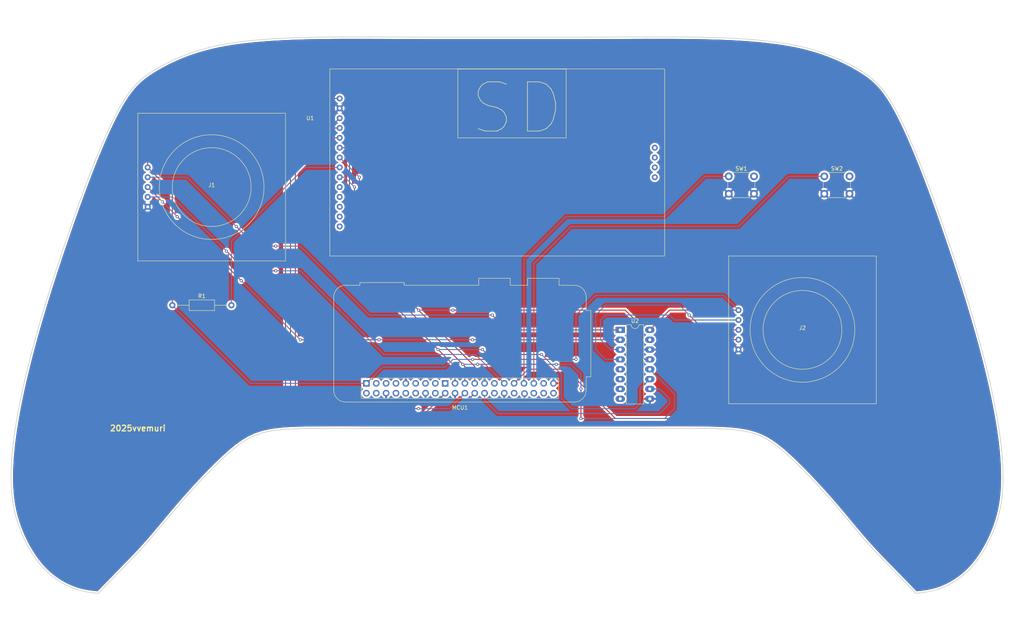
<source format=kicad_pcb>
(kicad_pcb (version 20211014) (generator pcbnew)
  (layers (0 "F.Cu" signal) (31 "B.Cu" signal) (34 "B.Paste" user) (35 "F.Paste" user) (36 "B.SilkS" user "B.Silkscreen") (37 "F.SilkS" user "F.Silkscreen") (38 "B.Mask" user) (39 "F.Mask" user) (44 "Edge.Cuts" user))
  (net 0 "")
  (net 1 "+3V3")
  (net 2 "Net-(J1-Pad2)")
  (net 3 "Net-(J1-Pad3)")
  (net 4 "Net-(J1-Pad4)")
  (net 5 "GND")
  (net 6 "Net-(J2-Pad2)")
  (net 7 "Net-(J2-Pad3)")
  (net 8 "Net-(J2-Pad4)")
  (net 9 "+5V")
  (net 20 "Net-(MCU1-Pad18)")
  (net 21 "Net-(MCU1-Pad19)")
  (net 22 "Net-(MCU1-Pad21)")
  (net 23 "Net-(MCU1-Pad22)")
  (net 24 "Net-(MCU1-Pad23)")
  (net 25 "Net-(MCU1-Pad24)")
  (net 26 "Net-(MCU1-Pad26)")
  (net 30 "Net-(MCU1-Pad33)")
  (net 31 "Net-(MCU1-Pad35)")
  (net 36 "Net-(R1-Pad2)")
  (footprint "verycold:Joystick" (layer "F.Cu") (at 73.66 62.23)
    (fp_text reference "J1" (at 0 -0.5 unlocked) (layer "F.SilkS"))
    (fp_text value "Accel_Joystick")
    (fp_rect (start 19.05 -19.05) (end -19.05 19.05) (layer "F.SilkS") (width 0.12) (fill none))
    (fp_circle (center 0 0) (end 0 10.16) (layer "F.SilkS") (width 0.12) (fill none))
    (fp_circle (center 0 0) (end -10.16 8.89) (layer "F.SilkS") (width 0.12) (fill none))
    (pad "1" thru_hole circle (at -16.51 -5.08) (size 1.524 1.524) (drill 0.762) (layers *.Cu *.Mask) (net 1 "+3V3"))
    (pad "2" thru_hole circle (at -16.51 -2.54) (size 1.524 1.524) (drill 0.762) (layers *.Cu *.Mask) (net 2 "Net-(J1-Pad2)"))
    (pad "3" thru_hole circle (at -16.51 0) (size 1.524 1.524) (drill 0.762) (layers *.Cu *.Mask) (net 3 "Net-(J1-Pad3)"))
    (pad "4" thru_hole circle (at -16.51 2.54) (size 1.524 1.524) (drill 0.762) (layers *.Cu *.Mask) (net 4 "Net-(J1-Pad4)"))
    (pad "5" thru_hole circle (at -16.51 5.08) (size 1.524 1.524) (drill 0.762) (layers *.Cu *.Mask) (net 5 "GND"))
  )
  (footprint "Resistor_THT:R_Axial_DIN0207_L6.3mm_D2.5mm_P15.24mm_Horizontal" (layer "F.Cu") (at 63.5 92.71)
    (fp_text reference "R1" (at 7.62 -2.37) (layer "F.SilkS"))
    (fp_text value "R_US")
    (fp_line (start 4.35 1.37) (end 10.89 1.37) (layer "F.SilkS") (width 0.12))
    (fp_line (start 1.04 0) (end 4.35 0) (layer "F.SilkS") (width 0.12))
    (fp_line (start 10.89 -1.37) (end 4.35 -1.37) (layer "F.SilkS") (width 0.12))
    (fp_line (start 4.35 -1.37) (end 4.35 1.37) (layer "F.SilkS") (width 0.12))
    (fp_line (start 10.89 1.37) (end 10.89 -1.37) (layer "F.SilkS") (width 0.12))
    (fp_line (start 14.2 0) (end 10.89 0) (layer "F.SilkS") (width 0.12))
    (pad "1" thru_hole circle (at 0 0) (size 1.6 1.6) (drill 0.8) (layers *.Cu *.Mask) (net 1 "+3V3"))
    (pad "2" thru_hole oval (at 15.24 0) (size 1.6 1.6) (drill 0.8) (layers *.Cu *.Mask) (net 36 "Net-(R1-Pad2)"))
  )
  (footprint "Button_Switch_THT:SW_PUSH_6mm_H13mm" (layer "F.Cu") (at 231.7 59.455564)
    (fp_text reference "SW2" (at 3.25 -2) (layer "F.SilkS"))
    (fp_text value "SW_Reset")
    (fp_line (start 1 5.5) (end 5.5 5.5) (layer "F.SilkS") (width 0.12))
    (fp_line (start 5.5 -1) (end 1 -1) (layer "F.SilkS") (width 0.12))
    (fp_line (start 6.75 3) (end 6.75 1.5) (layer "F.SilkS") (width 0.12))
    (fp_line (start -0.25 1.5) (end -0.25 3) (layer "F.SilkS") (width 0.12))
    (pad "1" thru_hole circle (at 0 0 90) (size 2 2) (drill 1.1) (layers *.Cu *.Mask) (net 31 "Net-(MCU1-Pad35)"))
    (pad "1" thru_hole circle (at 6.5 0 90) (size 2 2) (drill 1.1) (layers *.Cu *.Mask) (net 31 "Net-(MCU1-Pad35)"))
    (pad "2" thru_hole circle (at 0 4.5 90) (size 2 2) (drill 1.1) (layers *.Cu *.Mask) (net 5 "GND"))
    (pad "2" thru_hole circle (at 6.5 4.5 90) (size 2 2) (drill 1.1) (layers *.Cu *.Mask) (net 5 "GND"))
  )
  (footprint "verycold:Raspberry_Pi_Zero_Socketed_THT_FaceDown_MountingHoles" (layer "F.Cu") (at 113.575 112.855 90)
    (fp_text reference "MCU1" (at -6.27 24.13) (layer "F.SilkS"))
    (fp_text value "Raspberry_Pi_Zero_2W")
    (fp_line (start 27.09 41.57) (end 25.29 41.57) (layer "F.SilkS") (width 0.12))
    (fp_line (start 25.29 49.69) (end 27.09 49.69) (layer "F.SilkS") (width 0.12))
    (fp_line (start 1.33 -1.33) (end 1.33 0) (layer "F.SilkS") (width 0.12))
    (fp_line (start 27.09 28.97) (end 25.29 28.97) (layer "F.SilkS") (width 0.12))
    (fp_line (start -1.27 1.27) (end 1.33 1.27) (layer "F.SilkS") (width 0.12))
    (fp_line (start 27.09 37.09) (end 27.09 28.97) (layer "F.SilkS") (width 0.12))
    (fp_line (start -3.87 -1.33) (end -1.27 -1.33) (layer "F.SilkS") (width 0.12))
    (fp_line (start 1.67 56.69) (end -1.77 56.69) (layer "F.SilkS") (width 0.12))
    (fp_line (start 18.79 56.69) (end 22.23 56.69) (layer "F.SilkS") (width 0.12))
    (fp_line (start 25.29 28.97) (end 25.29 9.74) (layer "F.SilkS") (width 0.12))
    (fp_line (start 1.67 56.69) (end 1.67 57.89) (layer "F.SilkS") (width 0.12))
    (fp_line (start 25.99 -1.68) (end 25.29 -1.68) (layer "F.SilkS") (width 0.12))
    (fp_line (start -3.87 -1.33) (end -3.87 49.59) (layer "F.SilkS") (width 0.12))
    (fp_line (start 25.29 9.74) (end 25.99 9.74) (layer "F.SilkS") (width 0.12))
    (fp_line (start -1.27 -1.33) (end -1.27 1.27) (layer "F.SilkS") (width 0.12))
    (fp_line (start 18.79 57.89) (end 18.79 56.69) (layer "F.SilkS") (width 0.12))
    (fp_line (start 25.29 37.09) (end 27.09 37.09) (layer "F.SilkS") (width 0.12))
    (fp_line (start -1.77 -8.43) (end 22.23 -8.43) (layer "F.SilkS") (width 0.12))
    (fp_line (start 27.09 49.69) (end 27.09 41.57) (layer "F.SilkS") (width 0.12))
    (fp_line (start -4.83 53.63) (end -4.83 -5.37) (layer "F.SilkS") (width 0.12))
    (fp_line (start 25.29 -1.68) (end 25.29 -5.37) (layer "F.SilkS") (width 0.12))
    (fp_line (start 1.67 57.89) (end 18.79 57.89) (layer "F.SilkS") (width 0.12))
    (fp_line (start 25.29 53.63) (end 25.29 49.69) (layer "F.SilkS") (width 0.12))
    (fp_line (start 25.99 9.74) (end 25.99 -1.68) (layer "F.SilkS") (width 0.12))
    (fp_line (start 1.33 1.27) (end 1.33 49.59) (layer "F.SilkS") (width 0.12))
    (fp_line (start 0 -1.33) (end 1.33 -1.33) (layer "F.SilkS") (width 0.12))
    (fp_line (start -3.87 49.59) (end 1.33 49.59) (layer "F.SilkS") (width 0.12))
    (fp_line (start 25.29 41.57) (end 25.29 37.09) (layer "F.SilkS") (width 0.12))
    (fp_arc (start 25.29 53.63) (mid 24.393747 55.793747) (end 22.23 56.69) (layer "F.SilkS") (width 0.12))
    (fp_arc (start -1.77 56.69) (mid -3.933747 55.793747) (end -4.83 53.63) (layer "F.SilkS") (width 0.12))
    (fp_arc (start -4.83 -5.37) (mid -3.933747 -7.533747) (end -1.77 -8.43) (layer "F.SilkS") (width 0.12))
    (fp_arc (start 22.23 -8.43) (mid 24.393747 -7.533747) (end 25.29 -5.37) (layer "F.SilkS") (width 0.12))
    (pad "1" thru_hole rect (at 0 0 90) (size 1.7 1.7) (drill 1) (layers *.Cu *.Mask) (net 1 "+3V3"))
    (pad "1" thru_hole rect (at 0 20.32 90) (size 1.7 1.7) (drill 1) (layers *.Mask "F.Cu" "In1.Cu" "B.Cu") (net 1 "+3V3"))
    (pad "2" thru_hole oval (at -2.54 2.54 90) (size 1.7 1.7) (drill 1) (layers *.Mask "F.Cu" "In1.Cu" "B.Cu") (net 9 "+5V"))
    (pad "2" thru_hole oval (at -2.54 0 90) (size 1.7 1.7) (drill 1) (layers *.Cu *.Mask) (net 9 "+5V"))
    (pad "3" thru_hole oval (at 0 2.54 90) (size 1.7 1.7) (drill 1) (layers *.Cu *.Mask))
    (pad "5" thru_hole oval (at 0 5.08 90) (size 1.7 1.7) (drill 1) (layers *.Cu *.Mask))
    (pad "6" thru_hole oval (at -2.54 5.08 90) (size 1.7 1.7) (drill 1) (layers *.Cu *.Mask) (net 5 "GND"))
    (pad "6" thru_hole oval (at -2.54 22.86 90) (size 1.7 1.7) (drill 1) (layers *.Mask "F.Cu" "In1.Cu" "B.Cu") (net 5 "GND"))
    (pad "6" thru_hole oval (at -2.54 15.24 90) (size 1.7 1.7) (drill 1) (layers *.Mask "F.Cu" "In1.Cu" "B.Cu") (net 5 "GND"))
    (pad "6" thru_hole oval (at -2.65129 40.774835 90) (size 1.7 1.7) (drill 1) (layers *.Mask "F.Cu" "In1.Cu" "B.Cu") (net 5 "GND"))
    (pad "6" thru_hole oval (at 0 30.48 90) (size 1.7 1.7) (drill 1) (layers *.Mask "F.Cu" "In1.Cu" "B.Cu") (net 5 "GND"))
    (pad "6" thru_hole oval (at 0 48.26 90) (size 1.7 1.7) (drill 1) (layers *.Mask "F.Cu" "In1.Cu" "B.Cu") (net 5 "GND"))
    (pad "6" thru_hole oval (at 0 10.16 90) (size 1.7 1.7) (drill 1) (layers *.Mask "F.Cu" "In1.Cu" "B.Cu") (net 5 "GND"))
    (pad "6" thru_hole oval (at -2.54 35.56 90) (size 1.7 1.7) (drill 1) (layers *.Mask "F.Cu" "In1.Cu" "B.Cu") (net 5 "GND"))
    (pad "7" thru_hole oval (at 0 7.62 90) (size 1.7 1.7) (drill 1) (layers *.Cu *.Mask))
    (pad "8" thru_hole oval (at -2.54 7.62 90) (size 1.7 1.7) (drill 1) (layers *.Cu *.Mask))
    (pad "10" thru_hole oval (at -2.54 10.16 90) (size 1.7 1.7) (drill 1) (layers *.Cu *.Mask))
    (pad "11" thru_hole oval (at 0 12.7 90) (size 1.7 1.7) (drill 1) (layers *.Cu *.Mask))
    (pad "12" thru_hole oval (at -2.54 12.7 90) (size 1.7 1.7) (drill 1) (layers *.Cu *.Mask))
    (pad "13" thru_hole oval (at 0 15.24 90) (size 1.7 1.7) (drill 1) (layers *.Cu *.Mask))
    (pad "15" thru_hole oval (at 0 17.78 90) (size 1.7 1.7) (drill 1) (layers *.Cu *.Mask))
    (pad "16" thru_hole oval (at -2.54 17.78 90) (size 1.7 1.7) (drill 1) (layers *.Cu *.Mask))
    (pad "18" thru_hole oval (at -2.54 20.32 90) (size 1.7 1.7) (drill 1) (layers *.Cu *.Mask) (net 20 "Net-(MCU1-Pad18)"))
    (pad "19" thru_hole oval (at 0 22.86 90) (size 1.7 1.7) (drill 1) (layers *.Cu *.Mask) (net 21 "Net-(MCU1-Pad19)"))
    (pad "21" thru_hole oval (at 0 25.4 90) (size 1.7 1.7) (drill 1) (layers *.Cu *.Mask) (net 22 "Net-(MCU1-Pad21)"))
    (pad "22" thru_hole oval (at -2.54 25.4 90) (size 1.7 1.7) (drill 1) (layers *.Cu *.Mask) (net 23 "Net-(MCU1-Pad22)"))
    (pad "23" thru_hole oval (at 0 27.94 90) (size 1.7 1.7) (drill 1) (layers *.Cu *.Mask) (net 24 "Net-(MCU1-Pad23)"))
    (pad "24" thru_hole oval (at -2.54 27.94 90) (size 1.7 1.7) (drill 1) (layers *.Cu *.Mask) (net 25 "Net-(MCU1-Pad24)"))
    (pad "26" thru_hole oval (at -2.54 30.48 90) (size 1.7 1.7) (drill 1) (layers *.Cu *.Mask) (net 26 "Net-(MCU1-Pad26)"))
    (pad "27" thru_hole oval (at 0 33.02 90) (size 1.7 1.7) (drill 1) (layers *.Cu *.Mask))
    (pad "28" thru_hole oval (at -2.54 33.02 90) (size 1.7 1.7) (drill 1) (layers *.Cu *.Mask))
    (pad "29" thru_hole oval (at 0 35.56 90) (size 1.7 1.7) (drill 1) (layers *.Cu *.Mask) (net 4 "Net-(J1-Pad4)"))
    (pad "31" thru_hole oval (at 0 38.1 90) (size 1.7 1.7) (drill 1) (layers *.Cu *.Mask) (net 8 "Net-(J2-Pad4)"))
    (pad "32" thru_hole oval (at -2.54 38.1 90) (size 1.7 1.7) (drill 1) (layers *.Cu *.Mask))
    (pad "33" thru_hole oval (at 0 40.64 90) (size 1.7 1.7) (drill 1) (layers *.Cu *.Mask) (net 30 "Net-(MCU1-Pad33)"))
    (pad "35" thru_hole oval (at 0 43.18 90) (size 1.7 1.7) (drill 1) (layers *.Cu *.Mask) (net 31 "Net-(MCU1-Pad35)"))
    (pad "36" thru_hole oval (at -2.54 43.18 90) (size 1.7 1.7) (drill 1) (layers *.Cu *.Mask))
    (pad "37" thru_hole oval (at 0 45.72 90) (size 1.7 1.7) (drill 1) (layers *.Cu *.Mask))
    (pad "38" thru_hole oval (at -2.54 45.72 90) (size 1.7 1.7) (drill 1) (layers *.Cu *.Mask))
    (pad "40" thru_hole oval (at -2.54 48.26 90) (size 1.7 1.7) (drill 1) (layers *.Cu *.Mask))
  )
  (footprint "Button_Switch_THT:SW_PUSH_6mm_H13mm" (layer "F.Cu") (at 207.045564 59.455564)
    (fp_text reference "SW1" (at 3.25 -2) (layer "F.SilkS"))
    (fp_text value "SW_Shoot")
    (fp_line (start 5.5 -1) (end 1 -1) (layer "F.SilkS") (width 0.12))
    (fp_line (start -0.25 1.5) (end -0.25 3) (layer "F.SilkS") (width 0.12))
    (fp_line (start 6.75 3) (end 6.75 1.5) (layer "F.SilkS") (width 0.12))
    (fp_line (start 1 5.5) (end 5.5 5.5) (layer "F.SilkS") (width 0.12))
    (pad "1" thru_hole circle (at 6.5 0 90) (size 2 2) (drill 1.1) (layers *.Cu *.Mask) (net 30 "Net-(MCU1-Pad33)"))
    (pad "1" thru_hole circle (at 0 0 90) (size 2 2) (drill 1.1) (layers *.Cu *.Mask) (net 30 "Net-(MCU1-Pad33)"))
    (pad "2" thru_hole circle (at 0 4.5 90) (size 2 2) (drill 1.1) (layers *.Cu *.Mask) (net 5 "GND"))
    (pad "2" thru_hole circle (at 6.5 4.5 90) (size 2 2) (drill 1.1) (layers *.Cu *.Mask) (net 5 "GND"))
  )
  (footprint "verycold:ILI9341 2.8inch" (layer "F.Cu") (at 106.68 39.37)
    (fp_text reference "U1" (at -7.62 5.08 unlocked) (layer "F.SilkS"))
    (fp_text value "ILI9341")
    (fp_text user "SD" (at 45.72 2.54 unlocked) (layer "F.SilkS") (effects (font (size 12.7 12.7))))
    (fp_rect (start 83.82 -7.62) (end -2.54 40.64) (layer "F.SilkS") (width 0.12) (fill none))
    (fp_rect (start 58.42 -7.62) (end 30.48 10.16) (layer "F.SilkS") (width 0.12) (fill none))
    (pad "1" thru_hole circle (at 0 0) (size 1.524 1.524) (drill 0.762) (layers *.Cu *.Mask) (net 1 "+3V3"))
    (pad "2" thru_hole circle (at 0 2.54) (size 1.524 1.524) (drill 0.762) (layers *.Cu *.Mask) (net 5 "GND"))
    (pad "3" thru_hole circle (at 0 5.08) (size 1.524 1.524) (drill 0.762) (layers *.Cu *.Mask) (net 25 "Net-(MCU1-Pad24)"))
    (pad "4" thru_hole circle (at 0 7.62) (size 1.524 1.524) (drill 0.762) (layers *.Cu *.Mask) (net 20 "Net-(MCU1-Pad18)"))
    (pad "5" thru_hole circle (at 0 10.16) (size 1.524 1.524) (drill 0.762) (layers *.Cu *.Mask) (net 23 "Net-(MCU1-Pad22)"))
    (pad "6" thru_hole circle (at 0 12.7) (size 1.524 1.524) (drill 0.762) (layers *.Cu *.Mask) (net 21 "Net-(MCU1-Pad19)"))
    (pad "7" thru_hole circle (at 0 15.24) (size 1.524 1.524) (drill 0.762) (layers *.Cu *.Mask) (net 24 "Net-(MCU1-Pad23)"))
    (pad "8" thru_hole circle (at 0 17.78) (size 1.524 1.524) (drill 0.762) (layers *.Cu *.Mask) (net 36 "Net-(R1-Pad2)"))
    (pad "9" thru_hole circle (at 0 20.32) (size 1.524 1.524) (drill 0.762) (layers *.Cu *.Mask) (net 22 "Net-(MCU1-Pad21)"))
    (pad "10" thru_hole circle (at 0 22.86) (size 1.524 1.524) (drill 0.762) (layers *.Cu *.Mask))
    (pad "11" thru_hole circle (at 0 25.4) (size 1.524 1.524) (drill 0.762) (layers *.Cu *.Mask))
    (pad "12" thru_hole circle (at 0 27.94) (size 1.524 1.524) (drill 0.762) (layers *.Cu *.Mask))
    (pad "13" thru_hole circle (at 0 30.48) (size 1.524 1.524) (drill 0.762) (layers *.Cu *.Mask))
    (pad "14" thru_hole circle (at 0 33.02) (size 1.524 1.524) (drill 0.762) (layers *.Cu *.Mask))
    (pad "15" thru_hole circle (at 81.28 12.7) (size 1.524 1.524) (drill 0.762) (layers *.Cu *.Mask))
    (pad "16" thru_hole circle (at 81.28 15.24) (size 1.524 1.524) (drill 0.762) (layers *.Cu *.Mask))
    (pad "17" thru_hole circle (at 81.28 17.78) (size 1.524 1.524) (drill 0.762) (layers *.Cu *.Mask))
    (pad "18" thru_hole circle (at 81.28 20.32) (size 1.524 1.524) (drill 0.762) (layers *.Cu *.Mask))
  )
  (footprint "verycold:Joystick" (layer "F.Cu") (at 226.06 99.06)
    (fp_text reference "J2" (at 0 -0.5 unlocked) (layer "F.SilkS"))
    (fp_text value "Steer_Joystick")
    (fp_rect (start 19.05 -19.05) (end -19.05 19.05) (layer "F.SilkS") (width 0.12) (fill none))
    (fp_circle (center 0 0) (end -10.16 8.89) (layer "F.SilkS") (width 0.12) (fill none))
    (fp_circle (center 0 0) (end 0 10.16) (layer "F.SilkS") (width 0.12) (fill none))
    (pad "1" thru_hole circle (at -16.51 -5.08) (size 1.524 1.524) (drill 0.762) (layers *.Cu *.Mask) (net 1 "+3V3"))
    (pad "2" thru_hole circle (at -16.51 -2.54) (size 1.524 1.524) (drill 0.762) (layers *.Cu *.Mask) (net 6 "Net-(J2-Pad2)"))
    (pad "3" thru_hole circle (at -16.51 0) (size 1.524 1.524) (drill 0.762) (layers *.Cu *.Mask) (net 7 "Net-(J2-Pad3)"))
    (pad "4" thru_hole circle (at -16.51 2.54) (size 1.524 1.524) (drill 0.762) (layers *.Cu *.Mask) (net 8 "Net-(J2-Pad4)"))
    (pad "5" thru_hole circle (at -16.51 5.08) (size 1.524 1.524) (drill 0.762) (layers *.Cu *.Mask) (net 5 "GND"))
  )
  (footprint "Package_DIP:DIP-16_W7.62mm_LongPads" (layer "F.Cu") (at 179.055 99.075)
    (fp_text reference "U2" (at 3.81 -2.33) (layer "F.SilkS"))
    (fp_text value "MCP3008")
    (fp_line (start 6.06 -1.33) (end 4.81 -1.33) (layer "F.SilkS") (width 0.12))
    (fp_line (start 2.81 -1.33) (end 1.56 -1.33) (layer "F.SilkS") (width 0.12))
    (fp_line (start 1.56 -1.33) (end 1.56 19.11) (layer "F.SilkS") (width 0.12))
    (fp_line (start 1.56 19.11) (end 6.06 19.11) (layer "F.SilkS") (width 0.12))
    (fp_line (start 6.06 19.11) (end 6.06 -1.33) (layer "F.SilkS") (width 0.12))
    (fp_arc (start 4.81 -1.33) (mid 3.81 -0.33) (end 2.81 -1.33) (layer "F.SilkS") (width 0.12))
    (pad "1" thru_hole rect (at 0 0) (size 2.4 1.6) (drill 0.8) (layers *.Cu *.Mask) (net 2 "Net-(J1-Pad2)"))
    (pad "2" thru_hole oval (at 0 2.54) (size 2.4 1.6) (drill 0.8) (layers *.Cu *.Mask) (net 3 "Net-(J1-Pad3)"))
    (pad "3" thru_hole oval (at 0 5.08) (size 2.4 1.6) (drill 0.8) (layers *.Cu *.Mask) (net 6 "Net-(J2-Pad2)"))
    (pad "4" thru_hole oval (at 0 7.62) (size 2.4 1.6) (drill 0.8) (layers *.Cu *.Mask) (net 7 "Net-(J2-Pad3)"))
    (pad "5" thru_hole oval (at 0 10.16) (size 2.4 1.6) (drill 0.8) (layers *.Cu *.Mask))
    (pad "6" thru_hole oval (at 0 12.7) (size 2.4 1.6) (drill 0.8) (layers *.Cu *.Mask))
    (pad "7" thru_hole oval (at 0 15.24) (size 2.4 1.6) (drill 0.8) (layers *.Cu *.Mask))
    (pad "8" thru_hole oval (at 0 17.78) (size 2.4 1.6) (drill 0.8) (layers *.Cu *.Mask))
    (pad "9" thru_hole oval (at 7.62 17.78) (size 2.4 1.6) (drill 0.8) (layers *.Cu *.Mask) (net 5 "GND"))
    (pad "10" thru_hole oval (at 7.62 15.24) (size 2.4 1.6) (drill 0.8) (layers *.Cu *.Mask) (net 26 "Net-(MCU1-Pad26)"))
    (pad "11" thru_hole oval (at 7.62 12.7) (size 2.4 1.6) (drill 0.8) (layers *.Cu *.Mask) (net 21 "Net-(MCU1-Pad19)"))
    (pad "12" thru_hole oval (at 7.62 10.16) (size 2.4 1.6) (drill 0.8) (layers *.Cu *.Mask) (net 22 "Net-(MCU1-Pad21)"))
    (pad "13" thru_hole oval (at 7.62 7.62) (size 2.4 1.6) (drill 0.8) (layers *.Cu *.Mask) (net 24 "Net-(MCU1-Pad23)"))
    (pad "14" thru_hole oval (at 7.62 5.08) (size 2.4 1.6) (drill 0.8) (layers *.Cu *.Mask) (net 5 "GND"))
    (pad "15" thru_hole oval (at 7.62 2.54) (size 2.4 1.6) (drill 0.8) (layers *.Cu *.Mask) (net 1 "+3V3"))
    (pad "16" thru_hole oval (at 7.62 0) (size 2.4 1.6) (drill 0.8) (layers *.Cu *.Mask) (net 1 "+3V3"))
  )
  (gr_curve (pts (xy 221.457151 130.645889) (xy 225.392139 134.080727) (xy 230.306674 139.346031) (xy 234.166753 143.809225)) (layer "Edge.Cuts") (width 0.2))
  (gr_curve (pts (xy 261.030193 165.98106) (xy 263.689951 165.106307) (xy 266.706466 163.40665) (xy 269.276407 160.725661)) (layer "Edge.Cuts") (width 0.2))
  (gr_curve (pts (xy 23.052024 124.147902) (xy 23.957251 118.363417) (xy 25.366031 111.952799) (xy 27.137242 105.165568)) (layer "Edge.Cuts") (width 0.2))
  (gr_curve (pts (xy 27.137242 105.165568) (xy 29.34024 96.723736) (xy 32.103917 87.699285) (xy 35.933517 76.44451)) (layer "Edge.Cuts") (width 0.2))
  (gr_curve (pts (xy 240.525886 31.863427) (xy 236.534091 29.48809) (xy 231.221581 27.06339) (xy 223.968023 25.616274)) (layer "Edge.Cuts") (width 0.2))
  (gr_curve (pts (xy 277.798601 137.417505) (xy 277.821979 133.29962) (xy 277.417666 128.938487) (xy 276.667976 124.147902)) (layer "Edge.Cuts") (width 0.2))
  (gr_curve (pts (xy 112.69895 23.496102) (xy 120.732889 23.510166) (xy 127.565901 23.555729) (xy 129.54 23.567999)) (layer "Edge.Cuts") (width 0.2))
  (gr_curve (pts (xy 38.689807 165.98106) (xy 36.030049 165.106307) (xy 33.013534 163.40665) (xy 30.443593 160.725661)) (layer "Edge.Cuts") (width 0.2))
  (gr_line (start 170.18 124.493959) (end 149.86 124.493959) (layer "Edge.Cuts") (width 0.2))
  (gr_curve (pts (xy 234.166753 143.809225) (xy 237.502013 147.665598) (xy 240.050054 150.923145) (xy 243.005387 154.224878)) (layer "Edge.Cuts") (width 0.2))
  (gr_curve (pts (xy 276.139422 148.692702) (xy 277.389351 144.827993) (xy 277.776975 141.226829) (xy 277.798601 137.417505)) (layer "Edge.Cuts") (width 0.2))
  (gr_curve (pts (xy 44.429576 167.024748) (xy 42.585763 166.840239) (xy 40.744206 166.65672) (xy 38.689807 165.98106)) (layer "Edge.Cuts") (width 0.2))
  (gr_curve (pts (xy 201.129106 124.493959) (xy 206.114491 124.572115) (xy 210.155098 124.757735) (xy 213.458163 125.780024)) (layer "Edge.Cuts") (width 0.2))
  (gr_curve (pts (xy 86.261837 125.780024) (xy 83.391202 126.668477) (xy 81.077636 128.18887) (xy 78.262849 130.645889)) (layer "Edge.Cuts") (width 0.2))
  (gr_curve (pts (xy 263.786483 76.44451) (xy 259.390826 63.526157) (xy 253.590849 47.66942) (xy 248.713451 39.853479)) (layer "Edge.Cuts") (width 0.2))
  (gr_curve (pts (xy 118.725224 124.493959) (xy 112.832885 124.469297) (xy 104.944604 124.394353) (xy 98.590894 124.493959)) (layer "Edge.Cuts") (width 0.2))
  (gr_curve (pts (xy 255.290424 167.024748) (xy 257.134237 166.840239) (xy 258.975794 166.65672) (xy 261.030193 165.98106)) (layer "Edge.Cuts") (width 0.2))
  (gr_curve (pts (xy 30.443593 160.725661) (xy 27.38479 157.534686) (xy 24.95862 152.953526) (xy 23.580578 148.692702)) (layer "Edge.Cuts") (width 0.2))
  (gr_curve (pts (xy 272.582758 105.165568) (xy 270.37976 96.723736) (xy 267.616083 87.699285) (xy 263.786483 76.44451)) (layer "Edge.Cuts") (width 0.2))
  (gr_curve (pts (xy 98.590894 124.493959) (xy 93.605509 124.572115) (xy 89.564902 124.757735) (xy 86.261837 125.780024)) (layer "Edge.Cuts") (width 0.2))
  (gr_curve (pts (xy 180.994776 124.493959) (xy 186.887115 124.469297) (xy 194.775396 124.394353) (xy 201.129106 124.493959)) (layer "Edge.Cuts") (width 0.2))
  (gr_line (start 129.54 124.493959) (end 149.86 124.493959) (layer "Edge.Cuts") (width 0.2))
  (gr_curve (pts (xy 243.005387 154.224878) (xy 246.373361 157.987618) (xy 250.270305 161.807743) (xy 255.290424 167.024748)) (layer "Edge.Cuts") (width 0.2))
  (gr_curve (pts (xy 129.54 124.493959) (xy 126.290041 124.503101) (xy 123.043674 124.512034) (xy 118.725224 124.493959)) (layer "Edge.Cuts") (width 0.2))
  (gr_line (start 129.54 23.567999) (end 149.86 23.567999) (layer "Edge.Cuts") (width 0.2))
  (gr_curve (pts (xy 269.276407 160.725661) (xy 272.33521 157.534686) (xy 274.76138 152.953526) (xy 276.139422 148.692702)) (layer "Edge.Cuts") (width 0.2))
  (gr_line (start 170.18 23.567999) (end 149.86 23.567999) (layer "Edge.Cuts") (width 0.2))
  (gr_curve (pts (xy 51.006549 39.853479) (xy 53.628951 35.651128) (xy 55.984651 33.773233) (xy 59.194114 31.863427)) (layer "Edge.Cuts") (width 0.2))
  (gr_curve (pts (xy 187.02105 23.496102) (xy 178.987111 23.510166) (xy 172.154099 23.555729) (xy 170.18 23.567999)) (layer "Edge.Cuts") (width 0.2))
  (gr_curve (pts (xy 35.933517 76.44451) (xy 40.329174 63.526157) (xy 46.129151 47.66942) (xy 51.006549 39.853479)) (layer "Edge.Cuts") (width 0.2))
  (gr_curve (pts (xy 223.968023 25.616274) (xy 213.478745 23.523617) (xy 198.930408 23.475252) (xy 187.02105 23.496102)) (layer "Edge.Cuts") (width 0.2))
  (gr_curve (pts (xy 78.262849 130.645889) (xy 74.327861 134.080727) (xy 69.413326 139.346031) (xy 65.553247 143.809225)) (layer "Edge.Cuts") (width 0.2))
  (gr_curve (pts (xy 276.667976 124.147902) (xy 275.762749 118.363417) (xy 274.353969 111.952799) (xy 272.582758 105.165568)) (layer "Edge.Cuts") (width 0.2))
  (gr_curve (pts (xy 248.713451 39.853479) (xy 246.091049 35.651128) (xy 243.735349 33.773233) (xy 240.525886 31.863427)) (layer "Edge.Cuts") (width 0.2))
  (gr_curve (pts (xy 56.714613 154.224878) (xy 53.346639 157.987618) (xy 49.449695 161.807743) (xy 44.429576 167.024748)) (layer "Edge.Cuts") (width 0.2))
  (gr_curve (pts (xy 59.194114 31.863427) (xy 63.185909 29.48809) (xy 68.498419 27.06339) (xy 75.751977 25.616274)) (layer "Edge.Cuts") (width 0.2))
  (gr_curve (pts (xy 21.921399 137.417505) (xy 21.898021 133.29962) (xy 22.302334 128.938487) (xy 23.052024 124.147902)) (layer "Edge.Cuts") (width 0.2))
  (gr_curve (pts (xy 170.18 124.493959) (xy 173.429959 124.503101) (xy 176.676326 124.512034) (xy 180.994776 124.493959)) (layer "Edge.Cuts") (width 0.2))
  (gr_curve (pts (xy 213.458163 125.780024) (xy 216.328798 126.668477) (xy 218.642364 128.18887) (xy 221.457151 130.645889)) (layer "Edge.Cuts") (width 0.2))
  (gr_curve (pts (xy 23.580578 148.692702) (xy 22.330649 144.827993) (xy 21.943025 141.226829) (xy 21.921399 137.417505)) (layer "Edge.Cuts") (width 0.2))
  (gr_curve (pts (xy 75.751977 25.616274) (xy 86.241255 23.523617) (xy 100.789592 23.475252) (xy 112.69895 23.496102)) (layer "Edge.Cuts") (width 0.2))
  (gr_curve (pts (xy 65.553247 143.809225) (xy 62.217987 147.665598) (xy 59.669946 150.923145) (xy 56.714613 154.224878)) (layer "Edge.Cuts") (width 0.2))
  (gr_text "2025vvemuri" (at 54.61 124.46) (layer "F.SilkS") (effects (font (size 1.5 1.5) (thickness 0.3))))
  (segment (start 57.15 49.53) (end 67.31 39.37) (width 0.25) (layer "F.Cu") (net 1))
  (segment (start 57.15 57.15) (end 63.5 63.5) (width 0.25) (layer "F.Cu") (net 1))
  (segment (start 209.55 93.98) (end 191.77 93.98) (width 0.25) (layer "F.Cu") (net 1))
  (segment (start 67.31 39.37) (end 106.68 39.37) (width 0.25) (layer "F.Cu") (net 1))
  (segment (start 191.77 93.98) (end 186.675 99.075) (width 0.25) (layer "F.Cu") (net 1))
  (segment (start 57.15 57.15) (end 57.15 49.53) (width 0.25) (layer "F.Cu") (net 1))
  (segment (start 140.97 106.68) (end 167.64 106.68) (width 0.25) (layer "F.Cu") (net 1))
  (segment (start 63.5 63.5) (end 63.5 92.71) (width 0.25) (layer "F.Cu") (net 1))
  (via (at 167.64 106.68) (size 0.8) (drill 0.4) (layers "F.Cu" "B.Cu") (net 1))
  (via (at 140.97 106.68) (size 0.8) (drill 0.4) (layers "F.Cu" "B.Cu") (net 1))
  (segment (start 133.895 108.675) (end 135.89 106.68) (width 0.25) (layer "B.Cu") (net 1))
  (segment (start 135.89 106.68) (end 140.97 106.68) (width 0.25) (layer "B.Cu") (net 1))
  (segment (start 83.645 112.855) (end 63.5 92.71) (width 0.25) (layer "B.Cu") (net 1))
  (segment (start 117.755 108.675) (end 133.895 108.675) (width 0.25) (layer "B.Cu") (net 1))
  (segment (start 167.64 95.25) (end 172.72 90.17) (width 0.25) (layer "B.Cu") (net 1))
  (segment (start 167.64 106.68) (end 167.64 95.25) (width 0.25) (layer "B.Cu") (net 1))
  (segment (start 205.74 90.17) (end 209.55 93.98) (width 0.25) (layer "B.Cu") (net 1))
  (segment (start 113.575 112.855) (end 83.645 112.855) (width 0.25) (layer "B.Cu") (net 1))
  (segment (start 113.575 112.855) (end 117.755 108.675) (width 0.25) (layer "B.Cu") (net 1))
  (segment (start 172.72 90.17) (end 205.74 90.17) (width 0.25) (layer "B.Cu") (net 1))
  (segment (start 85.09 77.47) (end 90.17 77.47) (width 0.25) (layer "F.Cu") (net 2))
  (segment (start 80.01 72.39) (end 85.09 77.47) (width 0.25) (layer "F.Cu") (net 2))
  (segment (start 146.05 95.25) (end 149.875 99.075) (width 0.25) (layer "F.Cu") (net 2))
  (segment (start 149.875 99.075) (end 179.055 99.075) (width 0.25) (layer "F.Cu") (net 2))
  (via (at 146.05 95.25) (size 0.8) (drill 0.4) (layers "F.Cu" "B.Cu") (net 2))
  (via (at 80.01 72.39) (size 0.8) (drill 0.4) (layers "F.Cu" "B.Cu") (net 2))
  (via (at 90.17 77.47) (size 0.8) (drill 0.4) (layers "F.Cu" "B.Cu") (net 2))
  (segment (start 67.31 59.69) (end 80.01 72.39) (width 0.25) (layer "B.Cu") (net 2))
  (segment (start 114.3 95.25) (end 146.05 95.25) (width 0.25) (layer "B.Cu") (net 2))
  (segment (start 96.52 77.47) (end 114.3 95.25) (width 0.25) (layer "B.Cu") (net 2))
  (segment (start 57.15 59.69) (end 67.31 59.69) (width 0.25) (layer "B.Cu") (net 2))
  (segment (start 90.17 77.47) (end 96.52 77.47) (width 0.25) (layer "B.Cu") (net 2))
  (segment (start 60.96 66.04) (end 57.15 62.23) (width 0.25) (layer "F.Cu") (net 3))
  (segment (start 116.825 101.615) (end 96.535 101.615) (width 0.25) (layer "F.Cu") (net 3))
  (segment (start 179.055 101.615) (end 140.955 101.615) (width 0.25) (layer "F.Cu") (net 3))
  (segment (start 81.28 86.36) (end 64.77 69.85) (width 0.25) (layer "F.Cu") (net 3))
  (via (at 96.535 101.615) (size 0.8) (drill 0.4) (layers "F.Cu" "B.Cu") (net 3))
  (via (at 60.96 66.04) (size 0.8) (drill 0.4) (layers "F.Cu" "B.Cu") (net 3))
  (via (at 140.955 101.615) (size 0.8) (drill 0.4) (layers "F.Cu" "B.Cu") (net 3))
  (via (at 64.77 69.85) (size 0.8) (drill 0.4) (layers "F.Cu" "B.Cu") (net 3))
  (via (at 116.825 101.615) (size 0.8) (drill 0.4) (layers "F.Cu" "B.Cu") (net 3))
  (via (at 81.28 86.36) (size 0.8) (drill 0.4) (layers "F.Cu" "B.Cu") (net 3))
  (segment (start 64.77 69.85) (end 60.96 66.04) (width 0.25) (layer "B.Cu") (net 3))
  (segment (start 116.84 101.6) (end 116.825 101.615) (width 0.25) (layer "B.Cu") (net 3))
  (segment (start 140.94 101.6) (end 116.84 101.6) (width 0.25) (layer "B.Cu") (net 3))
  (segment (start 96.535 101.615) (end 81.28 86.36) (width 0.25) (layer "B.Cu") (net 3))
  (segment (start 140.955 101.615) (end 140.94 101.6) (width 0.25) (layer "B.Cu") (net 3))
  (segment (start 82.55 83.82) (end 90.17 83.82) (width 0.25) (layer "F.Cu") (net 4))
  (segment (start 77.47 78.74) (end 82.55 83.82) (width 0.25) (layer "F.Cu") (net 4))
  (via (at 77.47 78.74) (size 0.8) (drill 0.4) (layers "F.Cu" "B.Cu") (net 4))
  (via (at 90.17 83.82) (size 0.8) (drill 0.4) (layers "F.Cu" "B.Cu") (net 4))
  (segment (start 118.11 105.41) (end 141.69 105.41) (width 0.25) (layer "B.Cu") (net 4))
  (segment (start 141.69 105.41) (end 149.135 112.855) (width 0.25) (layer "B.Cu") (net 4))
  (segment (start 57.15 64.77) (end 63.5 64.77) (width 0.25) (layer "B.Cu") (net 4))
  (segment (start 90.17 83.82) (end 96.52 83.82) (width 0.25) (layer "B.Cu") (net 4))
  (segment (start 63.5 64.77) (end 77.47 78.74) (width 0.25) (layer "B.Cu") (net 4))
  (segment (start 96.52 83.82) (end 118.11 105.41) (width 0.25) (layer "B.Cu") (net 4))
  (segment (start 173.99 96.52) (end 173.99 101.6) (width 0.25) (layer "B.Cu") (net 6))
  (segment (start 193.04 96.52) (end 191.77 95.25) (width 0.25) (layer "B.Cu") (net 6))
  (segment (start 176.545 104.155) (end 179.055 104.155) (width 0.25) (layer "B.Cu") (net 6))
  (segment (start 209.55 96.52) (end 193.04 96.52) (width 0.25) (layer "B.Cu") (net 6))
  (segment (start 191.77 95.25) (end 175.26 95.25) (width 0.25) (layer "B.Cu") (net 6))
  (segment (start 175.26 95.25) (end 173.99 96.52) (width 0.25) (layer "B.Cu") (net 6))
  (segment (start 173.99 101.6) (end 176.545 104.155) (width 0.25) (layer "B.Cu") (net 6))
  (segment (start 209.55 99.06) (end 200.66 99.06) (width 0.25) (layer "F.Cu") (net 7))
  (segment (start 200.66 99.06) (end 196.85 95.25) (width 0.25) (layer "F.Cu") (net 7))
  (via (at 196.85 95.25) (size 0.8) (drill 0.4) (layers "F.Cu" "B.Cu") (net 7))
  (segment (start 175.26 92.71) (end 172.72 95.25) (width 0.25) (layer "B.Cu") (net 7))
  (segment (start 175.275 106.695) (end 179.055 106.695) (width 0.25) (layer "B.Cu") (net 7))
  (segment (start 172.72 95.25) (end 172.72 104.14) (width 0.25) (layer "B.Cu") (net 7))
  (segment (start 194.31 92.71) (end 175.26 92.71) (width 0.25) (layer "B.Cu") (net 7))
  (segment (start 172.72 104.14) (end 175.275 106.695) (width 0.25) (layer "B.Cu") (net 7))
  (segment (start 196.85 95.25) (end 194.31 92.71) (width 0.25) (layer "B.Cu") (net 7))
  (segment (start 209.55 101.6) (end 204.47 101.6) (width 0.25) (layer "F.Cu") (net 8))
  (segment (start 165.1 109.22) (end 155.31 109.22) (width 0.25) (layer "F.Cu") (net 8))
  (segment (start 155.31 109.22) (end 151.675 112.855) (width 0.25) (layer "F.Cu") (net 8))
  (segment (start 204.47 101.6) (end 196.85 109.22) (width 0.25) (layer "F.Cu") (net 8))
  (segment (start 177.8 121.92) (end 165.1 109.22) (width 0.25) (layer "F.Cu") (net 8))
  (segment (start 196.85 118.11) (end 193.04 121.92) (width 0.25) (layer "F.Cu") (net 8))
  (segment (start 196.85 109.22) (end 196.85 118.11) (width 0.25) (layer "F.Cu") (net 8))
  (segment (start 193.04 121.92) (end 177.8 121.92) (width 0.25) (layer "F.Cu") (net 8))
  (segment (start 93.98 58.42) (end 93.98 116.84) (width 0.25) (layer "F.Cu") (net 20))
  (segment (start 93.98 116.84) (end 97.79 120.65) (width 0.25) (layer "F.Cu") (net 20))
  (segment (start 106.68 46.99) (end 105.41 46.99) (width 0.25) (layer "F.Cu") (net 20))
  (segment (start 128.64 120.65) (end 133.895 115.395) (width 0.25) (layer "F.Cu") (net 20))
  (segment (start 97.79 120.65) (end 128.64 120.65) (width 0.25) (layer "F.Cu") (net 20))
  (segment (start 105.41 46.99) (end 93.98 58.42) (width 0.25) (layer "F.Cu") (net 20))
  (segment (start 136.435 108.495) (end 132.08 104.14) (width 0.25) (layer "F.Cu") (net 21))
  (segment (start 109.22 53.34) (end 107.95 52.07) (width 0.25) (layer "F.Cu") (net 21))
  (segment (start 107.95 52.07) (end 106.68 52.07) (width 0.25) (layer "F.Cu") (net 21))
  (segment (start 136.435 112.855) (end 136.435 108.495) (width 0.25) (layer "F.Cu") (net 21))
  (segment (start 132.08 104.14) (end 109.22 81.28) (width 0.25) (layer "F.Cu") (net 21))
  (segment (start 144.78 105.41) (end 143.51 104.14) (width 0.25) (layer "F.Cu") (net 21))
  (segment (start 158.75 105.41) (end 144.78 105.41) (width 0.25) (layer "F.Cu") (net 21))
  (segment (start 109.22 81.28) (end 109.22 53.34) (width 0.25) (layer "F.Cu") (net 21))
  (via (at 143.51 104.14) (size 0.8) (drill 0.4) (layers "F.Cu" "B.Cu") (net 21))
  (via (at 158.75 105.41) (size 0.8) (drill 0.4) (layers "F.Cu" "B.Cu") (net 21))
  (via (at 132.08 104.14) (size 0.8) (drill 0.4) (layers "F.Cu" "B.Cu") (net 21))
  (segment (start 163.83 116.701701) (end 163.83 110.49) (width 0.25) (layer "B.Cu") (net 21))
  (segment (start 184.15 118.11) (end 182.88 119.38) (width 0.25) (layer "B.Cu") (net 21))
  (segment (start 186.675 111.775) (end 184.15 114.3) (width 0.25) (layer "B.Cu") (net 21))
  (segment (start 166.508299 119.38) (end 163.83 116.701701) (width 0.25) (layer "B.Cu") (net 21))
  (segment (start 163.83 110.49) (end 158.75 105.41) (width 0.25) (layer "B.Cu") (net 21))
  (segment (start 182.88 119.38) (end 166.508299 119.38) (width 0.25) (layer "B.Cu") (net 21))
  (segment (start 143.51 104.14) (end 132.08 104.14) (width 0.25) (layer "B.Cu") (net 21))
  (segment (start 184.15 114.3) (end 184.15 118.11) (width 0.25) (layer "B.Cu") (net 21))
  (segment (start 138.975 108.495) (end 138.43 107.95) (width 0.25) (layer "F.Cu") (net 22))
  (segment (start 162.56 107.95) (end 142.24 107.95) (width 0.25) (layer "F.Cu") (net 22))
  (segment (start 168.91 121.92) (end 168.91 114.3) (width 0.25) (layer "F.Cu") (net 22))
  (segment (start 110.49 80.01) (end 110.49 62.23) (width 0.25) (layer "F.Cu") (net 22))
  (segment (start 138.43 107.95) (end 110.49 80.01) (width 0.25) (layer "F.Cu") (net 22))
  (segment (start 138.975 112.855) (end 138.975 108.495) (width 0.25) (layer "F.Cu") (net 22))
  (via (at 142.24 107.95) (size 0.8) (drill 0.4) (layers "F.Cu" "B.Cu") (net 22))
  (via (at 138.43 107.95) (size 0.8) (drill 0.4) (layers "F.Cu" "B.Cu") (net 22))
  (via (at 168.91 114.3) (size 0.8) (drill 0.4) (layers "F.Cu" "B.Cu") (net 22))
  (via (at 168.91 121.92) (size 0.8) (drill 0.4) (layers "F.Cu" "B.Cu") (net 22))
  (via (at 110.49 62.23) (size 0.8) (drill 0.4) (layers "F.Cu" "B.Cu") (net 22))
  (via (at 162.56 107.95) (size 0.8) (drill 0.4) (layers "F.Cu" "B.Cu") (net 22))
  (segment (start 193.04 115.57) (end 193.04 119.38) (width 0.25) (layer "B.Cu") (net 22))
  (segment (start 110.49 62.23) (end 107.95 59.69) (width 0.25) (layer "B.Cu") (net 22))
  (segment (start 168.91 110.49) (end 166.37 107.95) (width 0.25) (layer "B.Cu") (net 22))
  (segment (start 193.01 115.57) (end 193.04 115.57) (width 0.25) (layer "B.Cu") (net 22))
  (segment (start 107.95 59.69) (end 106.68 59.69) (width 0.25) (layer "B.Cu") (net 22))
  (segment (start 190.5 121.92) (end 168.91 121.92) (width 0.25) (layer "B.Cu") (net 22))
  (segment (start 166.37 107.95) (end 162.56 107.95) (width 0.25) (layer "B.Cu") (net 22))
  (segment (start 168.91 114.3) (end 168.91 110.49) (width 0.25) (layer "B.Cu") (net 22))
  (segment (start 142.24 107.95) (end 138.43 107.95) (width 0.25) (layer "B.Cu") (net 22))
  (segment (start 193.04 119.38) (end 190.5 121.92) (width 0.25) (layer "B.Cu") (net 22))
  (segment (start 186.675 109.235) (end 193.01 115.57) (width 0.25) (layer "B.Cu") (net 22))
  (segment (start 97.79 119.38) (end 127 119.38) (width 0.25) (layer "F.Cu") (net 23))
  (segment (start 106.68 49.53) (end 104.14 49.53) (width 0.25) (layer "F.Cu") (net 23))
  (segment (start 95.25 116.84) (end 97.79 119.38) (width 0.25) (layer "F.Cu") (net 23))
  (segment (start 95.25 58.42) (end 95.25 116.84) (width 0.25) (layer "F.Cu") (net 23))
  (segment (start 104.14 49.53) (end 95.25 58.42) (width 0.25) (layer "F.Cu") (net 23))
  (via (at 127 119.38) (size 0.8) (drill 0.4) (layers "F.Cu" "B.Cu") (net 23))
  (segment (start 134.99 119.38) (end 138.975 115.395) (width 0.25) (layer "B.Cu") (net 23))
  (segment (start 127 119.38) (end 134.99 119.38) (width 0.25) (layer "B.Cu") (net 23))
  (segment (start 185.435 106.695) (end 182.88 104.14) (width 0.25) (layer "F.Cu") (net 24))
  (segment (start 182.88 104.14) (end 182.88 96.52) (width 0.25) (layer "F.Cu") (net 24))
  (segment (start 182.88 96.52) (end 180.34 93.98) (width 0.25) (layer "F.Cu") (net 24))
  (segment (start 186.675 106.695) (end 185.435 106.695) (width 0.25) (layer "F.Cu") (net 24))
  (segment (start 111.76 78.74) (end 111.76 59.69) (width 0.25) (layer "F.Cu") (net 24))
  (segment (start 141.515 112.855) (end 141.515 108.495) (width 0.25) (layer "F.Cu") (net 24))
  (segment (start 141.515 108.495) (end 127 93.98) (width 0.25) (layer "F.Cu") (net 24))
  (segment (start 180.34 93.98) (end 135.89 93.98) (width 0.25) (layer "F.Cu") (net 24))
  (segment (start 127 93.98) (end 111.76 78.74) (width 0.25) (layer "F.Cu") (net 24))
  (via (at 111.76 59.69) (size 0.8) (drill 0.4) (layers "F.Cu" "B.Cu") (net 24))
  (via (at 135.89 93.98) (size 0.8) (drill 0.4) (layers "F.Cu" "B.Cu") (net 24))
  (via (at 127 93.98) (size 0.8) (drill 0.4) (layers "F.Cu" "B.Cu") (net 24))
  (segment (start 135.89 93.98) (end 127 93.98) (width 0.25) (layer "B.Cu") (net 24))
  (segment (start 111.76 59.69) (end 106.68 54.61) (width 0.25) (layer "B.Cu") (net 24))
  (segment (start 92.71 58.42) (end 92.71 116.84) (width 0.25) (layer "F.Cu") (net 25))
  (segment (start 134.99 121.92) (end 141.515 115.395) (width 0.25) (layer "F.Cu") (net 25))
  (segment (start 106.68 44.45) (end 92.71 58.42) (width 0.25) (layer "F.Cu") (net 25))
  (segment (start 92.71 116.84) (end 97.79 121.92) (width 0.25) (layer "F.Cu") (net 25))
  (segment (start 97.79 121.92) (end 134.99 121.92) (width 0.25) (layer "F.Cu") (net 25))
  (segment (start 189.245 114.315) (end 191.77 116.84) (width 0.25) (layer "B.Cu") (net 26))
  (segment (start 144.055 117.246701) (end 144.055 115.395) (width 0.25) (layer "B.Cu") (net 26))
  (segment (start 186.675 114.315) (end 189.245 114.315) (width 0.25) (layer "B.Cu") (net 26))
  (segment (start 147.458299 120.65) (end 144.055 117.246701) (width 0.25) (layer "B.Cu") (net 26))
  (segment (start 191.77 116.84) (end 191.77 118.11) (width 0.25) (layer "B.Cu") (net 26))
  (segment (start 191.77 118.11) (end 189.23 120.65) (width 0.25) (layer "B.Cu") (net 26))
  (segment (start 189.23 120.65) (end 147.458299 120.65) (width 0.25) (layer "B.Cu") (net 26))
  (segment (start 154.215 112.855) (end 154.215 80.735) (width 0.25) (layer "B.Cu") (net 30))
  (segment (start 200.894436 59.455564) (end 207.045564 59.455564) (width 0.25) (layer "B.Cu") (net 30))
  (segment (start 165.1 69.85) (end 190.5 69.85) (width 0.25) (layer "B.Cu") (net 30))
  (segment (start 154.215 80.735) (end 165.1 69.85) (width 0.25) (layer "B.Cu") (net 30))
  (segment (start 190.5 69.85) (end 200.894436 59.455564) (width 0.25) (layer "B.Cu") (net 30))
  (segment (start 209.55 72.39) (end 166.37 72.39) (width 0.25) (layer "B.Cu") (net 31))
  (segment (start 231.7 59.455564) (end 222.484436 59.455564) (width 0.25) (layer "B.Cu") (net 31))
  (segment (start 156.755 82.005) (end 156.755 112.855) (width 0.25) (layer "B.Cu") (net 31))
  (segment (start 222.484436 59.455564) (end 209.55 72.39) (width 0.25) (layer "B.Cu") (net 31))
  (segment (start 166.37 72.39) (end 156.755 82.005) (width 0.25) (layer "B.Cu") (net 31))
  (segment (start 78.74 76.2) (end 78.74 92.71) (width 0.25) (layer "B.Cu") (net 36))
  (segment (start 106.68 57.15) (end 97.79 57.15) (width 0.25) (layer "B.Cu") (net 36))
  (segment (start 97.79 57.15) (end 78.74 76.2) (width 0.25) (layer "B.Cu") (net 36))
  (zone (net 5) (net_name "GND") (layers F&B.Cu) (connect_pads (clearance 0.508)) (min_thickness 0.254) (fill yes (thermal_gap 0.508) (thermal_bridge_width 0.508))
    (polygon (pts (xy 281.94 175.26) (xy 19.05 179.07) (xy 19.05 15.24) (xy 283.21 13.97)))
  )
)
</source>
